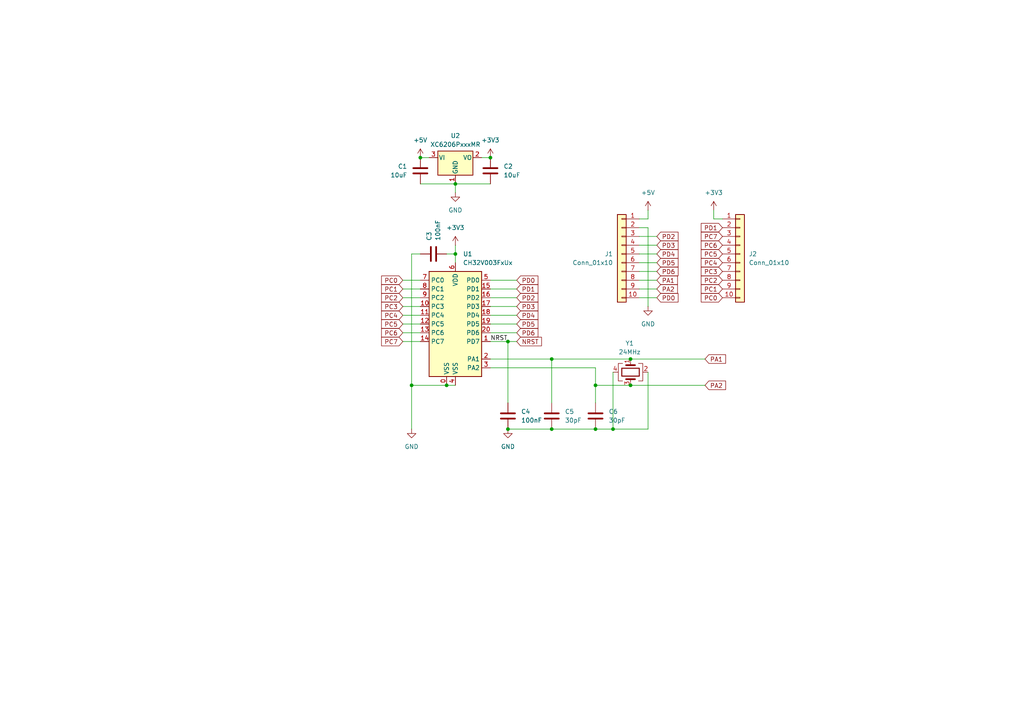
<source format=kicad_sch>
(kicad_sch (version 20231120) (generator "eeschema") (generator_version "8.0")
  (paper "A4")
  (lib_symbols
    (symbol "Connector_Generic:Conn_01x10" (pin_names (offset 1.016) hide)
      (property "Reference" "J" (at 0 12.7 0))
      (property "Value" "Conn_01x10" (at 0 -15.24 0))
      (symbol "Conn_01x10_1_1"
        (rectangle (start -1.27 -12.573) (end 0 -12.827) (stroke (width 0.1524)))
        (rectangle (start -1.27 -10.033) (end 0 -10.287) (stroke (width 0.1524)))
        (rectangle (start -1.27 -7.493) (end 0 -7.747) (stroke (width 0.1524)))
        (rectangle (start -1.27 -4.953) (end 0 -5.207) (stroke (width 0.1524)))
        (rectangle (start -1.27 -2.413) (end 0 -2.667) (stroke (width 0.1524)))
        (rectangle (start -1.27 0.127) (end 0 -0.127) (stroke (width 0.1524)))
        (rectangle (start -1.27 2.667) (end 0 2.413) (stroke (width 0.1524)))
        (rectangle (start -1.27 5.207) (end 0 4.953) (stroke (width 0.1524)))
        (rectangle (start -1.27 7.747) (end 0 7.493) (stroke (width 0.1524)))
        (rectangle (start -1.27 10.287) (end 0 10.033) (stroke (width 0.1524)))
        (rectangle (start -1.27 11.43) (end 1.27 -13.97) (stroke (width 0.254)) (fill (type background)))
        (pin passive line (at -5.08 10.16 0) (length 3.81) (name "Pin_1") (number "1"))
        (pin passive line (at -5.08 -12.7 0) (length 3.81) (name "Pin_10") (number "10"))
        (pin passive line (at -5.08 7.62 0) (length 3.81) (name "Pin_2") (number "2"))
        (pin passive line (at -5.08 5.08 0) (length 3.81) (name "Pin_3") (number "3"))
        (pin passive line (at -5.08 2.54 0) (length 3.81) (name "Pin_4") (number "4"))
        (pin passive line (at -5.08 0 0) (length 3.81) (name "Pin_5") (number "5"))
        (pin passive line (at -5.08 -2.54 0) (length 3.81) (name "Pin_6") (number "6"))
        (pin passive line (at -5.08 -5.08 0) (length 3.81) (name "Pin_7") (number "7"))
        (pin passive line (at -5.08 -7.62 0) (length 3.81) (name "Pin_8") (number "8"))
        (pin passive line (at -5.08 -10.16 0) (length 3.81) (name "Pin_9") (number "9"))
      )
    )
    (symbol "Device:C" (pin_numbers hide) (pin_names (offset 0.254))
      (property "Reference" "C" (at 0.635 2.54 0))
      (property "Value" "C" (at 0.635 -2.54 0))
      (symbol "C_0_1"
        (polyline (pts (xy -2.032 -0.762) (xy 2.032 -0.762)) (stroke (width 0.508)))
        (polyline (pts (xy -2.032 0.762) (xy 2.032 0.762)) (stroke (width 0.508)))
      )
      (symbol "C_1_1"
        (pin passive line (at 0 3.81 270) (length 2.794) (name "~") (number "1"))
        (pin passive line (at 0 -3.81 90) (length 2.794) (name "~") (number "2"))
      )
    )
    (symbol "Device:Crystal_GND24" (pin_names (offset 1.016) hide)
      (property "Reference" "Y" (at 3.175 5.08 0))
      (property "Value" "Crystal_GND24" (at 3.175 3.175 0))
      (symbol "Crystal_GND24_0_1"
        (rectangle (start -1.143 2.54) (end 1.143 -2.54) (stroke (width 0.3048)))
        (polyline (pts (xy -2.54 0) (xy -2.032 0)))
        (polyline (pts (xy -2.032 -1.27) (xy -2.032 1.27)) (stroke (width 0.508)))
        (polyline (pts (xy 0 -3.81) (xy 0 -3.556)))
        (polyline (pts (xy 0 3.556) (xy 0 3.81)))
        (polyline (pts (xy 2.032 -1.27) (xy 2.032 1.27)) (stroke (width 0.508)))
        (polyline (pts (xy 2.032 0) (xy 2.54 0)))
        (polyline (pts (xy -2.54 -2.286) (xy -2.54 -3.556) (xy 2.54 -3.556) (xy 2.54 -2.286)))
        (polyline (pts (xy -2.54 2.286) (xy -2.54 3.556) (xy 2.54 3.556) (xy 2.54 2.286)))
      )
      (symbol "Crystal_GND24_1_1"
        (pin passive line (at -3.81 0 0) (length 1.27) (name "1") (number "1"))
        (pin passive line (at 0 5.08 270) (length 1.27) (name "2") (number "2"))
        (pin passive line (at 3.81 0 180) (length 1.27) (name "3") (number "3"))
        (pin passive line (at 0 -5.08 90) (length 1.27) (name "4") (number "4"))
      )
    )
    (symbol "MCU_WCH_CH32V0:CH32V003FxUx"
      (property "Reference" "U" (at -7.62 17.78 0))
      (property "Value" "CH32V003FxUx" (at 7.62 17.78 0))
      (symbol "CH32V003FxUx_1_1"
        (rectangle (start -7.62 15.24) (end 7.62 -15.24) (stroke (width 0.254)) (fill (type background)))
        (pin power_in line (at -2.54 -17.78 90) (length 2.54) (name "VSS") (number "0"))
        (pin bidirectional line (at 10.16 -5.08 180) (length 2.54) (name "PD7") (number "1"))
        (pin bidirectional line (at -10.16 5.08 0) (length 2.54) (name "PC3") (number "10"))
        (pin bidirectional line (at -10.16 2.54 0) (length 2.54) (name "PC4") (number "11"))
        (pin bidirectional line (at -10.16 0 0) (length 2.54) (name "PC5") (number "12"))
        (pin bidirectional line (at -10.16 -2.54 0) (length 2.54) (name "PC6") (number "13"))
        (pin bidirectional line (at -10.16 -5.08 0) (length 2.54) (name "PC7") (number "14"))
        (pin bidirectional line (at 10.16 10.16 180) (length 2.54) (name "PD1") (number "15"))
        (pin bidirectional line (at 10.16 7.62 180) (length 2.54) (name "PD2") (number "16"))
        (pin bidirectional line (at 10.16 5.08 180) (length 2.54) (name "PD3") (number "17"))
        (pin bidirectional line (at 10.16 2.54 180) (length 2.54) (name "PD4") (number "18"))
        (pin bidirectional line (at 10.16 0 180) (length 2.54) (name "PD5") (number "19"))
        (pin bidirectional line (at 10.16 -10.16 180) (length 2.54) (name "PA1") (number "2"))
        (pin bidirectional line (at 10.16 -2.54 180) (length 2.54) (name "PD6") (number "20"))
        (pin bidirectional line (at 10.16 -12.7 180) (length 2.54) (name "PA2") (number "3"))
        (pin power_in line (at 0 -17.78 90) (length 2.54) (name "VSS") (number "4"))
        (pin bidirectional line (at 10.16 12.7 180) (length 2.54) (name "PD0") (number "5"))
        (pin power_in line (at 0 17.78 270) (length 2.54) (name "VDD") (number "6"))
        (pin bidirectional line (at -10.16 12.7 0) (length 2.54) (name "PC0") (number "7"))
        (pin bidirectional line (at -10.16 10.16 0) (length 2.54) (name "PC1") (number "8"))
        (pin bidirectional line (at -10.16 7.62 0) (length 2.54) (name "PC2") (number "9"))
      )
    )
    (symbol "Regulator_Linear:XC6206PxxxMR" (pin_names (offset 0.254))
      (property "Reference" "U" (at -3.81 3.175 0))
      (property "Value" "XC6206PxxxMR" (at 0 3.175 0))
      (symbol "XC6206PxxxMR_0_1"
        (rectangle (start -5.08 1.905) (end 5.08 -5.08) (stroke (width 0.254)) (fill (type background)))
      )
      (symbol "XC6206PxxxMR_1_1"
        (pin power_in line (at 0 -7.62 90) (length 2.54) (name "GND") (number "1"))
        (pin power_out line (at 7.62 0 180) (length 2.54) (name "VO") (number "2"))
        (pin power_in line (at -7.62 0 0) (length 2.54) (name "VI") (number "3"))
      )
    )
    (symbol "power:+3V3" (power) (pin_numbers hide) (pin_names (offset 0) hide)
      (property "Value" "+3V3" (at 0 3.556 0))
      (symbol "+3V3_0_1"
        (polyline (pts (xy -0.762 1.27) (xy 0 2.54)))
        (polyline (pts (xy 0 0) (xy 0 2.54)))
        (polyline (pts (xy 0 2.54) (xy 0.762 1.27)))
      )
      (symbol "+3V3_1_1"
        (pin power_in line (at 0 0 90) (length 0) (name "~") (number "1"))
      )
    )
    (symbol "power:+5V" (power) (pin_numbers hide) (pin_names (offset 0) hide)
      (property "Value" "+5V" (at 0 3.556 0))
      (symbol "+5V_0_1"
        (polyline (pts (xy -0.762 1.27) (xy 0 2.54)))
        (polyline (pts (xy 0 0) (xy 0 2.54)))
        (polyline (pts (xy 0 2.54) (xy 0.762 1.27)))
      )
      (symbol "+5V_1_1"
        (pin power_in line (at 0 0 90) (length 0) (name "~") (number "1"))
      )
    )
    (symbol "power:GND" (power) (pin_numbers hide) (pin_names (offset 0) hide)
      (property "Value" "GND" (at 0 -3.81 0))
      (symbol "GND_0_1"
        (polyline (pts (xy 0 0) (xy 0 -1.27) (xy 1.27 -1.27) (xy 0 -2.54) (xy -1.27 -1.27) (xy 0 -1.27)))
      )
      (symbol "GND_1_1"
        (pin power_in line (at 0 0 270) (length 0) (name "~") (number "1"))
      )
    )
  )
  (junction (at 132.08 53.34))
  (junction (at 177.8 124.46))
  (junction (at 119.38 111.76))
  (junction (at 182.88 111.76))
  (junction (at 147.32 124.46))
  (junction (at 182.88 104.14))
  (junction (at 142.24 45.72))
  (junction (at 132.08 73.66))
  (junction (at 147.32 99.06))
  (junction (at 172.72 111.76))
  (junction (at 172.72 124.46))
  (junction (at 160.02 104.14))
  (junction (at 129.54 111.76))
  (junction (at 160.02 124.46))
  (junction (at 121.92 45.72))
  (wire (pts (xy 116.84 81.28) (xy 121.92 81.28)))
  (wire (pts (xy 149.86 93.98) (xy 142.24 93.98)))
  (wire (pts (xy 132.08 53.34) (xy 132.08 55.88)))
  (wire (pts (xy 147.32 116.84) (xy 147.32 99.06)))
  (wire (pts (xy 116.84 91.44) (xy 121.92 91.44)))
  (wire (pts (xy 185.42 83.82) (xy 190.5 83.82)))
  (wire (pts (xy 172.72 111.76) (xy 172.72 116.84)))
  (wire (pts (xy 119.38 111.76) (xy 119.38 73.66)))
  (wire (pts (xy 147.32 99.06) (xy 142.24 99.06)))
  (wire (pts (xy 116.84 99.06) (xy 121.92 99.06)))
  (wire (pts (xy 132.08 71.12) (xy 132.08 73.66)))
  (wire (pts (xy 149.86 91.44) (xy 142.24 91.44)))
  (wire (pts (xy 119.38 111.76) (xy 129.54 111.76)))
  (wire (pts (xy 177.8 107.95) (xy 177.8 124.46)))
  (wire (pts (xy 119.38 124.46) (xy 119.38 111.76)))
  (wire (pts (xy 172.72 111.76) (xy 182.88 111.76)))
  (wire (pts (xy 182.88 111.76) (xy 204.47 111.76)))
  (wire (pts (xy 190.5 78.74) (xy 185.42 78.74)))
  (wire (pts (xy 207.01 60.96) (xy 207.01 63.5)))
  (wire (pts (xy 149.86 81.28) (xy 142.24 81.28)))
  (wire (pts (xy 160.02 124.46) (xy 172.72 124.46)))
  (wire (pts (xy 121.92 45.72) (xy 124.46 45.72)))
  (wire (pts (xy 177.8 124.46) (xy 172.72 124.46)))
  (wire (pts (xy 149.86 88.9) (xy 142.24 88.9)))
  (wire (pts (xy 187.96 60.96) (xy 187.96 63.5)))
  (wire (pts (xy 129.54 111.76) (xy 132.08 111.76)))
  (wire (pts (xy 116.84 93.98) (xy 121.92 93.98)))
  (wire (pts (xy 187.96 124.46) (xy 177.8 124.46)))
  (wire (pts (xy 139.7 45.72) (xy 142.24 45.72)))
  (wire (pts (xy 190.5 76.2) (xy 185.42 76.2)))
  (wire (pts (xy 149.86 83.82) (xy 142.24 83.82)))
  (wire (pts (xy 185.42 86.36) (xy 190.5 86.36)))
  (wire (pts (xy 116.84 88.9) (xy 121.92 88.9)))
  (wire (pts (xy 116.84 96.52) (xy 121.92 96.52)))
  (wire (pts (xy 116.84 86.36) (xy 121.92 86.36)))
  (wire (pts (xy 132.08 73.66) (xy 132.08 76.2)))
  (wire (pts (xy 147.32 99.06) (xy 149.86 99.06)))
  (wire (pts (xy 147.32 124.46) (xy 160.02 124.46)))
  (wire (pts (xy 142.24 106.68) (xy 172.72 106.68)))
  (wire (pts (xy 187.96 88.9) (xy 187.96 66.04)))
  (wire (pts (xy 132.08 53.34) (xy 142.24 53.34)))
  (wire (pts (xy 129.54 73.66) (xy 132.08 73.66)))
  (wire (pts (xy 172.72 106.68) (xy 172.72 111.76)))
  (wire (pts (xy 149.86 86.36) (xy 142.24 86.36)))
  (wire (pts (xy 119.38 73.66) (xy 121.92 73.66)))
  (wire (pts (xy 187.96 107.95) (xy 187.96 124.46)))
  (wire (pts (xy 207.01 63.5) (xy 209.55 63.5)))
  (wire (pts (xy 187.96 63.5) (xy 185.42 63.5)))
  (wire (pts (xy 190.5 73.66) (xy 185.42 73.66)))
  (wire (pts (xy 187.96 66.04) (xy 185.42 66.04)))
  (wire (pts (xy 204.47 104.14) (xy 182.88 104.14)))
  (wire (pts (xy 160.02 104.14) (xy 160.02 116.84)))
  (wire (pts (xy 116.84 83.82) (xy 121.92 83.82)))
  (wire (pts (xy 160.02 104.14) (xy 182.88 104.14)))
  (wire (pts (xy 142.24 104.14) (xy 160.02 104.14)))
  (wire (pts (xy 121.92 53.34) (xy 132.08 53.34)))
  (wire (pts (xy 149.86 96.52) (xy 142.24 96.52)))
  (wire (pts (xy 190.5 71.12) (xy 185.42 71.12)))
  (wire (pts (xy 190.5 68.58) (xy 185.42 68.58)))
  (wire (pts (xy 185.42 81.28) (xy 190.5 81.28)))
  (label "NRST" (at 142.24 99.06 0))
  (global_label "PD3" (shape input) (at 190.5 71.12 0) (property "Intersheetrefs" "${INTERSHEET_REFS}" (effects (hide yes))))
  (global_label "PD0" (shape input) (at 149.86 81.28 0) (property "Intersheetrefs" "${INTERSHEET_REFS}" (effects (hide yes))))
  (global_label "PD2" (shape input) (at 190.5 68.58 0) (property "Intersheetrefs" "${INTERSHEET_REFS}" (effects (hide yes))))
  (global_label "PD0" (shape input) (at 190.5 86.36 0) (property "Intersheetrefs" "${INTERSHEET_REFS}" (effects (hide yes))))
  (global_label "PA2" (shape input) (at 190.5 83.82 0) (property "Intersheetrefs" "${INTERSHEET_REFS}" (effects (hide yes))))
  (global_label "PD4" (shape input) (at 190.5 73.66 0) (property "Intersheetrefs" "${INTERSHEET_REFS}" (effects (hide yes))))
  (global_label "PC7" (shape input) (at 116.84 99.06 180) (property "Intersheetrefs" "${INTERSHEET_REFS}" (effects (hide yes))))
  (global_label "PA2" (shape input) (at 204.47 111.76 0) (property "Intersheetrefs" "${INTERSHEET_REFS}" (effects (hide yes))))
  (global_label "PD6" (shape input) (at 190.5 78.74 0) (property "Intersheetrefs" "${INTERSHEET_REFS}" (effects (hide yes))))
  (global_label "PC5" (shape input) (at 116.84 93.98 180) (property "Intersheetrefs" "${INTERSHEET_REFS}" (effects (hide yes))))
  (global_label "PD5" (shape input) (at 149.86 93.98 0) (property "Intersheetrefs" "${INTERSHEET_REFS}" (effects (hide yes))))
  (global_label "PC0" (shape input) (at 209.55 86.36 180) (property "Intersheetrefs" "${INTERSHEET_REFS}" (effects (hide yes))))
  (global_label "PD1" (shape input) (at 149.86 83.82 0) (property "Intersheetrefs" "${INTERSHEET_REFS}" (effects (hide yes))))
  (global_label "PD1" (shape input) (at 209.55 66.04 180) (property "Intersheetrefs" "${INTERSHEET_REFS}" (effects (hide yes))))
  (global_label "PD2" (shape input) (at 149.86 86.36 0) (property "Intersheetrefs" "${INTERSHEET_REFS}" (effects (hide yes))))
  (global_label "PC2" (shape input) (at 116.84 86.36 180) (property "Intersheetrefs" "${INTERSHEET_REFS}" (effects (hide yes))))
  (global_label "PC6" (shape input) (at 209.55 71.12 180) (property "Intersheetrefs" "${INTERSHEET_REFS}" (effects (hide yes))))
  (global_label "PD6" (shape input) (at 149.86 96.52 0) (property "Intersheetrefs" "${INTERSHEET_REFS}" (effects (hide yes))))
  (global_label "PC1" (shape input) (at 116.84 83.82 180) (property "Intersheetrefs" "${INTERSHEET_REFS}" (effects (hide yes))))
  (global_label "PD4" (shape input) (at 149.86 91.44 0) (property "Intersheetrefs" "${INTERSHEET_REFS}" (effects (hide yes))))
  (global_label "PC4" (shape input) (at 116.84 91.44 180) (property "Intersheetrefs" "${INTERSHEET_REFS}" (effects (hide yes))))
  (global_label "PA1" (shape input) (at 190.5 81.28 0) (property "Intersheetrefs" "${INTERSHEET_REFS}" (effects (hide yes))))
  (global_label "PD5" (shape input) (at 190.5 76.2 0) (property "Intersheetrefs" "${INTERSHEET_REFS}" (effects (hide yes))))
  (global_label "PC3" (shape input) (at 116.84 88.9 180) (property "Intersheetrefs" "${INTERSHEET_REFS}" (effects (hide yes))))
  (global_label "PC3" (shape input) (at 209.55 78.74 180) (property "Intersheetrefs" "${INTERSHEET_REFS}" (effects (hide yes))))
  (global_label "PC1" (shape input) (at 209.55 83.82 180) (property "Intersheetrefs" "${INTERSHEET_REFS}" (effects (hide yes))))
  (global_label "PC7" (shape input) (at 209.55 68.58 180) (property "Intersheetrefs" "${INTERSHEET_REFS}" (effects (hide yes))))
  (global_label "PD3" (shape input) (at 149.86 88.9 0) (property "Intersheetrefs" "${INTERSHEET_REFS}" (effects (hide yes))))
  (global_label "PA1" (shape input) (at 204.47 104.14 0) (property "Intersheetrefs" "${INTERSHEET_REFS}" (effects (hide yes))))
  (global_label "PC2" (shape input) (at 209.55 81.28 180) (property "Intersheetrefs" "${INTERSHEET_REFS}" (effects (hide yes))))
  (global_label "PC4" (shape input) (at 209.55 76.2 180) (property "Intersheetrefs" "${INTERSHEET_REFS}" (effects (hide yes))))
  (global_label "PC6" (shape input) (at 116.84 96.52 180) (property "Intersheetrefs" "${INTERSHEET_REFS}" (effects (hide yes))))
  (global_label "NRST" (shape input) (at 149.86 99.06 0) (property "Intersheetrefs" "${INTERSHEET_REFS}" (effects (hide yes))))
  (global_label "PC0" (shape input) (at 116.84 81.28 180) (property "Intersheetrefs" "${INTERSHEET_REFS}" (effects (hide yes))))
  (global_label "PC5" (shape input) (at 209.55 73.66 180) (property "Intersheetrefs" "${INTERSHEET_REFS}" (effects (hide yes))))
  (symbol (lib_id "Device:C") (at 125.73 73.66 90) (unit 1)
    (property "Reference" "C3" (at 124.4599 69.85 0) (effects (justify left)))
    (property "Value" "100nF" (at 126.9999 69.85 0) (effects (justify left)))
    (property "Footprint" "Capacitor_SMD:C_0603_1608Metric" (effects (hide yes)))
    (property "Description" "Unpolarized capacitor" (effects (hide yes)))
  )
  (symbol (lib_id "power:GND") (at 132.08 55.88 0) (unit 1)
    (property "Reference" "#PWR01" (effects (hide yes)))
    (property "Value" "GND" (at 132.08 60.96 0))
    (property "Description" "Power symbol creates a global label with name \"GND\" , ground" (effects (hide yes)))
  )
  (symbol (lib_id "power:+5V") (at 187.96 60.96 0) (unit 1)
    (property "Reference" "#PWR07" (effects (hide yes)))
    (property "Value" "+5V" (at 187.96 55.88 0))
    (property "Description" "Power symbol creates a global label with name \"+5V\"" (effects (hide yes)))
  )
  (symbol (lib_id "power:+3V3") (at 142.24 45.72 0) (unit 1)
    (property "Reference" "#PWR03" (effects (hide yes)))
    (property "Value" "+3V3" (at 142.24 40.64 0))
    (property "Description" "Power symbol creates a global label with name \"+3V3\"" (effects (hide yes)))
  )
  (symbol (lib_id "Device:Crystal_GND24") (at 182.88 107.95 270) (unit 1)
    (property "Reference" "Y1" (at 182.626 99.568 90))
    (property "Value" "24MHz" (at 182.626 102.108 90))
    (property "Footprint" "Crystal:Crystal_SMD_3225-4Pin_3.2x2.5mm" (effects (hide yes)))
    (property "Description" "Four pin crystal, GND on pins 2 and 4" (effects (hide yes)))
  )
  (symbol (lib_id "MCU_WCH_CH32V0:CH32V003FxUx") (at 132.08 93.98 0) (unit 1)
    (property "Reference" "U1" (at 134.2741 73.66 0) (effects (justify left)))
    (property "Value" "CH32V003FxUx" (at 134.2741 76.2 0) (effects (justify left)))
    (property "Footprint" "Package_DFN_QFN:QFN-20-1EP_3x3mm_P0.4mm_EP1.65x1.65mm" (effects (hide yes)))
    (property "Datasheet" "https://www.wch-ic.com/products/CH32V003.html" (effects (hide yes)))
    (property "Description" "CH32V003 series are industrial-grade general-purpose microcontrollers designed based on 32-bit RISC-V instruction set and architecture. It adopts QingKe V2A core, RV32EC instruction set, and supports 2 levels of interrupt nesting. The series are mounted with rich peripheral interfaces and function modules. Its internal organizational structure meets the low-cost and low-power embedded application scenarios." (effects (hide yes)))
  )
  (symbol (lib_id "Device:C") (at 172.72 120.65 0) (unit 1)
    (property "Reference" "C6" (at 176.53 119.3799 0) (effects (justify left)))
    (property "Value" "30pF" (at 176.53 121.9199 0) (effects (justify left)))
    (property "Footprint" "Capacitor_SMD:C_0603_1608Metric" (effects (hide yes)))
    (property "Description" "Unpolarized capacitor" (effects (hide yes)))
  )
  (symbol (lib_id "power:+3V3") (at 207.01 60.96 0) (unit 1)
    (property "Reference" "#PWR09" (effects (hide yes)))
    (property "Value" "+3V3" (at 207.01 55.88 0))
    (property "Description" "Power symbol creates a global label with name \"+3V3\"" (effects (hide yes)))
  )
  (symbol (lib_id "Connector_Generic:Conn_01x10") (at 180.34 73.66 0) (mirror y) (unit 1)
    (property "Reference" "J1" (at 177.8 73.6599 0) (effects (justify left)))
    (property "Value" "Conn_01x10" (at 177.8 76.1999 0) (effects (justify left)))
    (property "Footprint" "Connector_PinHeader_2.54mm:PinHeader_1x10_P2.54mm_Vertical" (effects (hide yes)))
    (property "Description" "Generic connector, single row, 01x10, script generated (kicad-library-utils/schlib/autogen/connector/)" (effects (hide yes)))
  )
  (symbol (lib_id "power:GND") (at 119.38 124.46 0) (unit 1)
    (property "Reference" "#PWR05" (effects (hide yes)))
    (property "Value" "GND" (at 119.38 129.54 0))
    (property "Description" "Power symbol creates a global label with name \"GND\" , ground" (effects (hide yes)))
  )
  (symbol (lib_id "Device:C") (at 121.92 49.53 0) (mirror y) (unit 1)
    (property "Reference" "C1" (at 118.11 48.2599 0) (effects (justify left)))
    (property "Value" "10uF" (at 118.11 50.7999 0) (effects (justify left)))
    (property "Footprint" "Capacitor_SMD:C_0603_1608Metric" (effects (hide yes)))
    (property "Description" "Unpolarized capacitor" (effects (hide yes)))
  )
  (symbol (lib_id "Regulator_Linear:XC6206PxxxMR") (at 132.08 45.72 0) (unit 1)
    (property "Reference" "U2" (at 132.08 39.37 0))
    (property "Value" "XC6206PxxxMR" (at 132.08 41.91 0))
    (property "Footprint" "Package_TO_SOT_SMD:SOT-23-3" (effects (hide yes)))
    (property "Datasheet" "https://www.torexsemi.com/file/xc6206/XC6206.pdf" (effects (hide yes)))
    (property "Description" "Positive 60-250mA Low Dropout Regulator, Fixed Output, SOT-23" (effects (hide yes)))
  )
  (symbol (lib_id "Device:C") (at 147.32 120.65 0) (unit 1)
    (property "Reference" "C4" (at 151.13 119.3799 0) (effects (justify left)))
    (property "Value" "100nF" (at 151.13 121.9199 0) (effects (justify left)))
    (property "Footprint" "Capacitor_SMD:C_0603_1608Metric" (effects (hide yes)))
    (property "Description" "Unpolarized capacitor" (effects (hide yes)))
  )
  (symbol (lib_id "Device:C") (at 160.02 120.65 0) (unit 1)
    (property "Reference" "C5" (at 163.83 119.3799 0) (effects (justify left)))
    (property "Value" "30pF" (at 163.83 121.9199 0) (effects (justify left)))
    (property "Footprint" "Capacitor_SMD:C_0603_1608Metric" (effects (hide yes)))
    (property "Description" "Unpolarized capacitor" (effects (hide yes)))
  )
  (symbol (lib_id "Connector_Generic:Conn_01x10") (at 214.63 73.66 0) (unit 1)
    (property "Reference" "J2" (at 217.17 73.6599 0) (effects (justify left)))
    (property "Value" "Conn_01x10" (at 217.17 76.1999 0) (effects (justify left)))
    (property "Footprint" "Connector_PinHeader_2.54mm:PinHeader_1x10_P2.54mm_Vertical" (effects (hide yes)))
    (property "Description" "Generic connector, single row, 01x10, script generated (kicad-library-utils/schlib/autogen/connector/)" (effects (hide yes)))
  )
  (symbol (lib_id "power:+3V3") (at 132.08 71.12 0) (unit 1)
    (property "Reference" "#PWR04" (effects (hide yes)))
    (property "Value" "+3V3" (at 132.08 66.04 0))
    (property "Description" "Power symbol creates a global label with name \"+3V3\"" (effects (hide yes)))
  )
  (symbol (lib_id "power:GND") (at 187.96 88.9 0) (unit 1)
    (property "Reference" "#PWR08" (effects (hide yes)))
    (property "Value" "GND" (at 187.96 93.98 0))
    (property "Description" "Power symbol creates a global label with name \"GND\" , ground" (effects (hide yes)))
  )
  (symbol (lib_id "Device:C") (at 142.24 49.53 0) (unit 1)
    (property "Reference" "C2" (at 146.05 48.2599 0) (effects (justify left)))
    (property "Value" "10uF" (at 146.05 50.7999 0) (effects (justify left)))
    (property "Footprint" "Capacitor_SMD:C_0603_1608Metric" (effects (hide yes)))
    (property "Description" "Unpolarized capacitor" (effects (hide yes)))
  )
  (symbol (lib_id "power:GND") (at 147.32 124.46 0) (unit 1)
    (property "Reference" "#PWR06" (effects (hide yes)))
    (property "Value" "GND" (at 147.32 129.54 0))
    (property "Description" "Power symbol creates a global label with name \"GND\" , ground" (effects (hide yes)))
  )
  (symbol (lib_id "power:+5V") (at 121.92 45.72 0) (unit 1)
    (property "Reference" "#PWR02" (effects (hide yes)))
    (property "Value" "+5V" (at 121.92 40.64 0))
    (property "Description" "Power symbol creates a global label with name \"+5V\"" (effects (hide yes)))
  )
)
</source>
